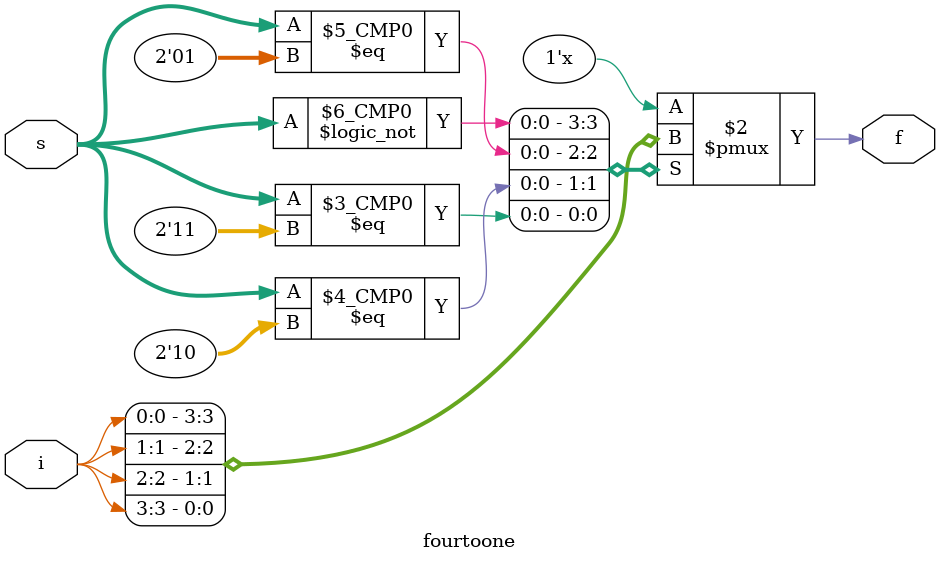
<source format=v>
module q(b,e);
input [3:0]b;
output [3:0]e;
wire c;
assign c = b[1]^b[0];
fourtoone stage0({1'b1,1'b1,1'b0,1'b0},b[3:2],e[3]);
fourtoone stage1({1'b0,1'b1,1'b1,1'b0},b[3:2],e[2]);
fourtoone stage2({~b[1],b[1],~b[1],b[1]},b[3:2],e[1]);
fourtoone stage3({c,c,c,c},b[3:2],e[0]);

endmodule
module fourtoone(i,s,f);
input [3:0]i;
input [1:0]s;
output f;
reg f;
always @(i,s)
begin
	case(s)
	0:f=i[0];
	1:f=i[1];
	2:f=i[2];
	3:f=i[3];
	endcase
end
endmodule

</source>
